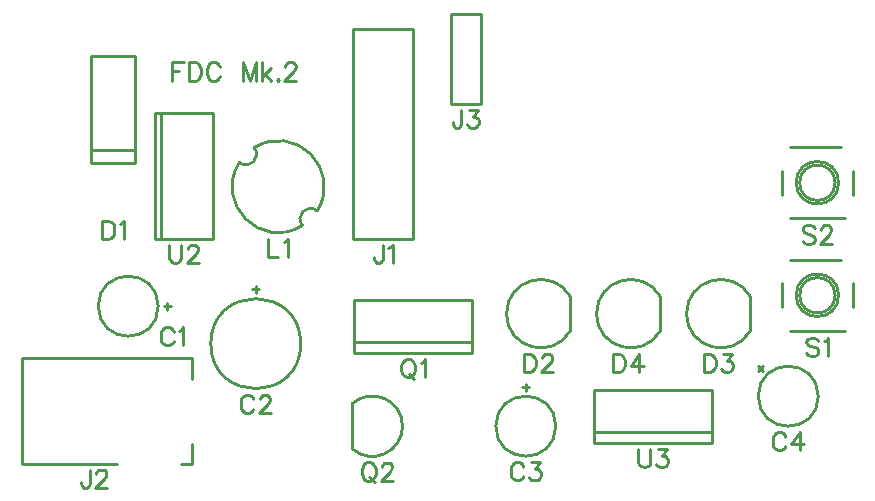
<source format=gbr>
G04 DipTrace 3.2.0.1*
G04 TopSilk.gbr*
%MOIN*%
G04 #@! TF.FileFunction,Legend,Top*
G04 #@! TF.Part,Single*
%ADD10C,0.009843*%
%ADD85C,0.009264*%
%FSLAX26Y26*%
G04*
G70*
G90*
G75*
G01*
G04 TopSilk*
%LPD*%
X698582Y1055521D2*
D10*
Y1031881D1*
X710401Y1043701D2*
X686787D1*
X468707D2*
G02X468707Y1043701I99965J0D01*
G01*
X981881Y1099811D2*
X1005521D1*
X993701Y1111608D2*
Y1087981D1*
X843701Y918702D2*
G02X843701Y918702I150000J0D01*
G01*
X1881881Y773582D2*
X1905521D1*
X1893701Y785401D2*
Y761787D1*
X1793701Y643671D2*
G02X1793701Y643671I100000J0D01*
G01*
X2668502Y827184D2*
X2685220Y843899D1*
X2668502D2*
X2685200Y827204D1*
X2668722Y743677D2*
G02X2668722Y743677I99999J0D01*
G01*
X591535Y1522361D2*
X445866D1*
Y1873308D1*
X591535Y1522361D2*
Y1873308D1*
Y1845006D2*
Y1876802D1*
X445866D1*
Y1845006D1*
Y1565478D2*
X591535D1*
X2042126Y1075930D2*
Y961472D1*
G02X2042126Y1075930I-98597J57229D01*
G01*
X2642126D2*
Y961472D1*
G02X2642126Y1075930I-98597J57229D01*
G01*
X2342126D2*
Y961472D1*
G02X2342126Y1075930I-98597J57229D01*
G01*
X1318701Y1268701D2*
X1518701D1*
X1318701Y1968701D2*
X1518701D1*
Y1268701D1*
X1318701Y1968701D2*
Y1268701D1*
X215551Y870866D2*
Y516517D1*
X530502D1*
X743131D2*
X782485D1*
Y585427D1*
Y801956D2*
Y870866D1*
X215551D1*
X1643701Y2018701D2*
X1743701D1*
Y1718701D1*
X1643701D2*
X1743701D1*
X1643701Y2018701D2*
Y1718701D1*
X988005Y1571999D2*
G02X1198573Y1361430I80851J-129717D01*
G01*
G03X1149397Y1312253I-22545J-26632D01*
G01*
X938828Y1522822D2*
G03X988005Y1571999I22545J26631D01*
G01*
X1149397Y1312253D2*
G02X938828Y1522822I-80851J129717D01*
G01*
X1715551Y887402D2*
X1321850D1*
Y1064567D1*
X1715551D1*
Y887402D1*
Y922835D2*
X1321850D1*
X1315558Y719321D2*
G02X1315558Y568080I66569J-75620D01*
G01*
Y719321D1*
X2794886Y1080118D2*
G02X2794886Y1080118I70862J0D01*
G01*
X2956303Y962001D2*
X2775193D1*
X2747623Y1040746D2*
Y1119491D1*
X2775193Y1198235D2*
X2944487D1*
X2983873Y1119491D2*
Y1040746D1*
X2806702Y1080118D2*
G02X2806702Y1080118I59046J0D01*
G01*
X2794886Y1455118D2*
G02X2794886Y1455118I70862J0D01*
G01*
X2956303Y1337001D2*
X2775193D1*
X2747623Y1415746D2*
Y1494491D1*
X2775193Y1573235D2*
X2944487D1*
X2983873Y1494491D2*
Y1415746D1*
X2806702Y1455118D2*
G02X2806702Y1455118I59046J0D01*
G01*
X678142Y1268898D2*
Y1686220D1*
X658465Y1268898D2*
Y1686220D1*
X851378Y1268898D2*
Y1686220D1*
Y1268898D2*
X658465D1*
X851378Y1686220D2*
X658465D1*
X2515551Y587402D2*
X2121850D1*
Y764567D1*
X2515551D1*
Y587402D1*
Y622835D2*
X2121850D1*
X719616Y959024D2*
D85*
X716764Y964728D1*
X710994Y970498D1*
X705290Y973350D1*
X693816D1*
X688046Y970498D1*
X682342Y964728D1*
X679424Y959024D1*
X676572Y950402D1*
Y936010D1*
X679424Y927455D1*
X682342Y921684D1*
X688046Y915981D1*
X693816Y913062D1*
X705290D1*
X710994Y915981D1*
X716764Y921684D1*
X719616Y927455D1*
X738143Y961810D2*
X743913Y964728D1*
X752535Y973284D1*
Y913062D1*
X985863Y734018D2*
X983011Y739722D1*
X977241Y745492D1*
X971537Y748344D1*
X960063D1*
X954293Y745492D1*
X948589Y739722D1*
X945671Y734018D1*
X942819Y725396D1*
Y711004D1*
X945671Y702448D1*
X948589Y696678D1*
X954293Y690974D1*
X960063Y688056D1*
X971537D1*
X977241Y690974D1*
X983011Y696678D1*
X985863Y702448D1*
X1007309Y733952D2*
Y736804D1*
X1010160Y742574D1*
X1013012Y745426D1*
X1018782Y748277D1*
X1030256D1*
X1035960Y745426D1*
X1038812Y742574D1*
X1041730Y736804D1*
Y731100D1*
X1038812Y725330D1*
X1033108Y716774D1*
X1004390Y688056D1*
X1044582D1*
X1885863Y509030D2*
X1883011Y514734D1*
X1877241Y520504D1*
X1871537Y523356D1*
X1860063D1*
X1854293Y520504D1*
X1848589Y514734D1*
X1845671Y509030D1*
X1842819Y500408D1*
Y486016D1*
X1845671Y477460D1*
X1848589Y471690D1*
X1854293Y465986D1*
X1860063Y463068D1*
X1871537D1*
X1877241Y465986D1*
X1883011Y471690D1*
X1885863Y477460D1*
X1910160Y523290D2*
X1941664D1*
X1924486Y500342D1*
X1933108D1*
X1938812Y497490D1*
X1941664Y494638D1*
X1944582Y486016D1*
Y480312D1*
X1941664Y471690D1*
X1935960Y465920D1*
X1927338Y463068D1*
X1918716D1*
X1910160Y465920D1*
X1907309Y468838D1*
X1904390Y474542D1*
X2759348Y609039D2*
X2756496Y614743D1*
X2750726Y620513D1*
X2745022Y623365D1*
X2733548D1*
X2727778Y620513D1*
X2722074Y614743D1*
X2719156Y609039D1*
X2716304Y600417D1*
Y586025D1*
X2719156Y577469D1*
X2722074Y571699D1*
X2727778Y565995D1*
X2733548Y563077D1*
X2745022D1*
X2750726Y565995D1*
X2756496Y571699D1*
X2759348Y577469D1*
X2806593Y563077D2*
Y623298D1*
X2777875Y583173D1*
X2820919D1*
X482145Y1328075D2*
Y1267787D1*
X502241D1*
X510863Y1270705D1*
X516633Y1276409D1*
X519485Y1282179D1*
X522337Y1290735D1*
Y1305127D1*
X519485Y1313749D1*
X516633Y1319453D1*
X510863Y1325223D1*
X502241Y1328075D1*
X482145D1*
X540864Y1316534D2*
X546634Y1319453D1*
X555256Y1328008D1*
Y1267787D1*
X1886371Y884348D2*
Y824060D1*
X1906467D1*
X1915089Y826979D1*
X1920859Y832683D1*
X1923711Y838453D1*
X1926563Y847008D1*
Y861401D1*
X1923711Y870023D1*
X1920859Y875726D1*
X1915089Y881497D1*
X1906467Y884348D1*
X1886371D1*
X1948009Y869956D2*
Y872808D1*
X1950860Y878578D1*
X1953712Y881430D1*
X1959483Y884282D1*
X1970956D1*
X1976660Y881430D1*
X1979512Y878578D1*
X1982430Y872808D1*
Y867104D1*
X1979512Y861334D1*
X1973808Y852779D1*
X1945090Y824060D1*
X1985282D1*
X2486371Y884348D2*
Y824060D1*
X2506467D1*
X2515089Y826979D1*
X2520859Y832683D1*
X2523711Y838453D1*
X2526563Y847008D1*
Y861401D1*
X2523711Y870023D1*
X2520859Y875726D1*
X2515089Y881497D1*
X2506467Y884348D1*
X2486371D1*
X2550860Y884282D2*
X2582364D1*
X2565186Y861334D1*
X2573808D1*
X2579512Y858482D1*
X2582364Y855630D1*
X2585282Y847008D1*
Y841305D1*
X2582364Y832683D1*
X2576660Y826912D1*
X2568038Y824060D1*
X2559416D1*
X2550860Y826912D1*
X2548009Y829831D1*
X2545090Y835534D1*
X2184945Y884348D2*
Y824060D1*
X2205041D1*
X2213663Y826979D1*
X2219433Y832683D1*
X2222285Y838453D1*
X2225137Y847008D1*
Y861401D1*
X2222285Y870023D1*
X2219433Y875726D1*
X2213663Y881497D1*
X2205041Y884348D1*
X2184945D1*
X2272382Y824060D2*
Y884282D1*
X2243664Y844156D1*
X2286708D1*
X1416600Y1248350D2*
Y1202455D1*
X1413748Y1193832D1*
X1410830Y1190981D1*
X1405126Y1188062D1*
X1399356D1*
X1393652Y1190981D1*
X1390800Y1193832D1*
X1387882Y1202455D1*
Y1208158D1*
X1435127Y1236810D2*
X1440897Y1239728D1*
X1449519Y1248284D1*
Y1188062D1*
X439921Y498941D2*
Y453045D1*
X437069Y444423D1*
X434151Y441571D1*
X428447Y438653D1*
X422677D1*
X416973Y441571D1*
X414121Y444423D1*
X411203Y453045D1*
Y458749D1*
X461366Y484549D2*
Y487401D1*
X464218Y493171D1*
X467070Y496023D1*
X472840Y498875D1*
X484314D1*
X490018Y496023D1*
X492870Y493171D1*
X495788Y487401D1*
Y481697D1*
X492870Y475927D1*
X487166Y467371D1*
X458448Y438653D1*
X498640D1*
X1678700Y1698350D2*
Y1652455D1*
X1675848Y1643832D1*
X1672930Y1640981D1*
X1667226Y1638062D1*
X1661456D1*
X1655752Y1640981D1*
X1652900Y1643832D1*
X1649982Y1652455D1*
Y1658158D1*
X1702997Y1698284D2*
X1734501D1*
X1717323Y1675336D1*
X1725945D1*
X1731649Y1672484D1*
X1734501Y1669632D1*
X1737419Y1661010D1*
Y1655306D1*
X1734501Y1646684D1*
X1728797Y1640914D1*
X1720175Y1638062D1*
X1711553D1*
X1702997Y1640914D1*
X1700146Y1643832D1*
X1697227Y1649536D1*
X1035030Y1268769D2*
Y1208481D1*
X1069452D1*
X1087979Y1257229D2*
X1093749Y1260147D1*
X1102371Y1268703D1*
Y1208481D1*
X1496504Y867051D2*
X1490800Y864266D1*
X1485030Y858495D1*
X1482178Y852725D1*
X1479260Y844103D1*
Y829777D1*
X1482178Y821155D1*
X1485030Y815452D1*
X1490800Y809681D1*
X1496504Y806829D1*
X1507978D1*
X1513748Y809681D1*
X1519452Y815452D1*
X1522304Y821155D1*
X1525222Y829777D1*
Y844103D1*
X1522304Y852725D1*
X1519452Y858495D1*
X1513748Y864266D1*
X1507978Y867051D1*
X1496504D1*
X1505126Y818303D2*
X1522304Y801059D1*
X1543749Y855511D2*
X1549519Y858429D1*
X1558142Y866985D1*
Y806763D1*
X1364120Y522603D2*
X1358416Y519818D1*
X1352646Y514048D1*
X1349794Y508278D1*
X1346876Y499656D1*
Y485330D1*
X1349794Y476708D1*
X1352646Y471004D1*
X1358416Y465234D1*
X1364120Y462382D1*
X1375594D1*
X1381364Y465234D1*
X1387068Y471004D1*
X1389920Y476708D1*
X1392838Y485330D1*
Y499656D1*
X1389920Y508278D1*
X1387068Y514048D1*
X1381364Y519818D1*
X1375594Y522603D1*
X1364120D1*
X1372742Y473856D2*
X1389920Y456612D1*
X1414283Y508211D2*
Y511063D1*
X1417135Y516833D1*
X1419987Y519685D1*
X1425757Y522537D1*
X1437231D1*
X1442935Y519685D1*
X1445787Y516833D1*
X1448705Y511063D1*
Y505359D1*
X1445787Y499589D1*
X1440083Y491033D1*
X1411365Y462315D1*
X1451557D1*
X2869384Y929098D2*
X2863681Y934869D1*
X2855059Y937720D1*
X2843585D1*
X2834963Y934869D1*
X2829192Y929098D1*
Y923395D1*
X2832111Y917624D1*
X2834963Y914773D1*
X2840666Y911921D1*
X2857910Y906150D1*
X2863681Y903299D1*
X2866532Y900380D1*
X2869384Y894677D1*
Y886054D1*
X2863681Y880351D1*
X2855059Y877432D1*
X2843585D1*
X2834963Y880351D1*
X2829192Y886054D1*
X2887911Y926180D2*
X2893682Y929098D1*
X2902304Y937654D1*
Y877432D1*
X2856484Y1304098D2*
X2850781Y1309869D1*
X2842159Y1312720D1*
X2830685D1*
X2822063Y1309869D1*
X2816292Y1304098D1*
Y1298395D1*
X2819211Y1292624D1*
X2822063Y1289773D1*
X2827766Y1286921D1*
X2845011Y1281150D1*
X2850781Y1278299D1*
X2853633Y1275380D1*
X2856484Y1269677D1*
Y1261054D1*
X2850781Y1255351D1*
X2842159Y1252432D1*
X2830685D1*
X2822063Y1255351D1*
X2816292Y1261054D1*
X2877930Y1298328D2*
Y1301180D1*
X2880782Y1306950D1*
X2883634Y1309802D1*
X2889404Y1312654D1*
X2900878D1*
X2906582Y1309802D1*
X2909433Y1306950D1*
X2912352Y1301180D1*
Y1295476D1*
X2909433Y1289706D1*
X2903730Y1281150D1*
X2875012Y1252432D1*
X2915204D1*
X705466Y1248547D2*
Y1205503D1*
X708318Y1196881D1*
X714088Y1191177D1*
X722710Y1188259D1*
X728414D1*
X737036Y1191177D1*
X742806Y1196881D1*
X745658Y1205503D1*
Y1248547D1*
X767103Y1234155D2*
Y1237007D1*
X769955Y1242777D1*
X772807Y1245629D1*
X778577Y1248481D1*
X790051D1*
X795755Y1245629D1*
X798607Y1242777D1*
X801525Y1237007D1*
Y1231303D1*
X798607Y1225533D1*
X792903Y1216977D1*
X764185Y1188259D1*
X804377D1*
X2269245Y567051D2*
Y524007D1*
X2272097Y515385D1*
X2277867Y509681D1*
X2286489Y506763D1*
X2292193D1*
X2300815Y509681D1*
X2306585Y515385D1*
X2309437Y524007D1*
Y567051D1*
X2333734Y566985D2*
X2365238D1*
X2348060Y544037D1*
X2356682D1*
X2362386Y541185D1*
X2365238Y538333D1*
X2368156Y529711D1*
Y524007D1*
X2365238Y515385D1*
X2359534Y509615D1*
X2350912Y506763D1*
X2342290D1*
X2333734Y509615D1*
X2330883Y512533D1*
X2327964Y518237D1*
X752953Y1856070D2*
X715613D1*
Y1795782D1*
Y1827351D2*
X738561D1*
X771481Y1856070D2*
Y1795782D1*
X791577D1*
X800199Y1798700D1*
X805969Y1804404D1*
X808821Y1810174D1*
X811673Y1818729D1*
Y1833122D1*
X808821Y1841744D1*
X805969Y1847447D1*
X800199Y1853218D1*
X791577Y1856070D1*
X771481D1*
X873244Y1841744D2*
X870392Y1847447D1*
X864622Y1853218D1*
X858918Y1856070D1*
X847444D1*
X841674Y1853218D1*
X835970Y1847447D1*
X833052Y1841744D1*
X830200Y1833122D1*
Y1818729D1*
X833052Y1810174D1*
X835970Y1804404D1*
X841674Y1798700D1*
X847444Y1795782D1*
X858918D1*
X864622Y1798700D1*
X870392Y1804404D1*
X873244Y1810174D1*
X995988Y1795782D2*
Y1856070D1*
X973040Y1795782D1*
X950092Y1856070D1*
Y1795782D1*
X1014515Y1856070D2*
Y1795782D1*
X1043233Y1835974D2*
X1014515Y1807255D1*
X1025989Y1818729D2*
X1046085Y1795782D1*
X1067464Y1801552D2*
X1064612Y1798633D1*
X1067464Y1795782D1*
X1070382Y1798633D1*
X1067464Y1801552D1*
X1091827Y1841677D2*
Y1844529D1*
X1094679Y1850299D1*
X1097531Y1853151D1*
X1103301Y1856003D1*
X1114775D1*
X1120479Y1853151D1*
X1123331Y1850299D1*
X1126249Y1844529D1*
Y1838825D1*
X1123331Y1833055D1*
X1117627Y1824500D1*
X1088909Y1795782D1*
X1129101D1*
M02*

</source>
